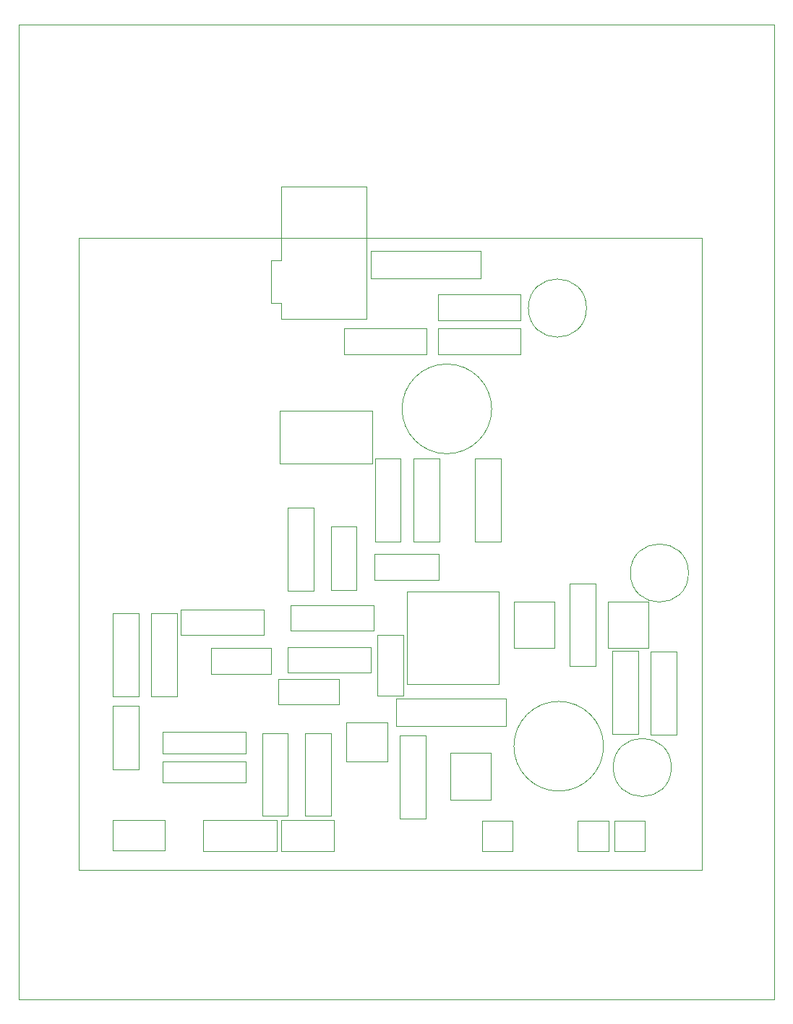
<source format=gbr>
%TF.GenerationSoftware,KiCad,Pcbnew,(5.1.10-1-10_14)*%
%TF.CreationDate,2021-12-12T22:41:03-05:00*%
%TF.ProjectId,Valve Wizard Cab Sim,56616c76-6520-4576-997a-617264204361,rev?*%
%TF.SameCoordinates,Original*%
%TF.FileFunction,Other,User*%
%FSLAX46Y46*%
G04 Gerber Fmt 4.6, Leading zero omitted, Abs format (unit mm)*
G04 Created by KiCad (PCBNEW (5.1.10-1-10_14)) date 2021-12-12 22:41:03*
%MOMM*%
%LPD*%
G01*
G04 APERTURE LIST*
%TA.AperFunction,Profile*%
%ADD10C,0.100000*%
%TD*%
%ADD11C,0.050000*%
G04 APERTURE END LIST*
D10*
X112000000Y-57000000D02*
X112000000Y-131000000D01*
X39000000Y-57000000D02*
X112000000Y-57000000D01*
X39000000Y-131000000D02*
X39000000Y-57000000D01*
X112000000Y-131000000D02*
X39000000Y-131000000D01*
D11*
X120400000Y-32000000D02*
X120400000Y-146140000D01*
X32000000Y-146140000D02*
X120400000Y-146140000D01*
X32000000Y-32000000D02*
X120400000Y-32000000D01*
X32000000Y-32000000D02*
X32000000Y-146140000D01*
%TO.C,U1*%
X88150000Y-98400000D02*
X77450000Y-98400000D01*
X88150000Y-109200000D02*
X88150000Y-98400000D01*
X77450000Y-109200000D02*
X88150000Y-109200000D01*
X77450000Y-98400000D02*
X77450000Y-109200000D01*
%TO.C,J4*%
X42930000Y-128740000D02*
X49080000Y-128740000D01*
X49080000Y-128740000D02*
X49080000Y-125140000D01*
X49080000Y-125140000D02*
X42930000Y-125140000D01*
X42930000Y-125140000D02*
X42930000Y-128740000D01*
%TO.C,J7*%
X105300000Y-125200000D02*
X101700000Y-125200000D01*
X105300000Y-128800000D02*
X105300000Y-125200000D01*
X101700000Y-128800000D02*
X105300000Y-128800000D01*
X101700000Y-125200000D02*
X101700000Y-128800000D01*
%TO.C,J6*%
X62730000Y-128770000D02*
X68880000Y-128770000D01*
X68880000Y-128770000D02*
X68880000Y-125170000D01*
X68880000Y-125170000D02*
X62730000Y-125170000D01*
X62730000Y-125170000D02*
X62730000Y-128770000D01*
%TO.C,J5*%
X86200000Y-125200000D02*
X86200000Y-128800000D01*
X86200000Y-128800000D02*
X89800000Y-128800000D01*
X89800000Y-128800000D02*
X89800000Y-125200000D01*
X89800000Y-125200000D02*
X86200000Y-125200000D01*
%TO.C,J2*%
X97450000Y-125200000D02*
X97450000Y-128800000D01*
X97450000Y-128800000D02*
X101050000Y-128800000D01*
X101050000Y-128800000D02*
X101050000Y-125200000D01*
X101050000Y-125200000D02*
X97450000Y-125200000D01*
%TO.C,J1*%
X62230000Y-125170000D02*
X53580000Y-125170000D01*
X53580000Y-125170000D02*
X53580000Y-128770000D01*
X53580000Y-128770000D02*
X62230000Y-128770000D01*
X62230000Y-128770000D02*
X62230000Y-125170000D01*
%TO.C,C12*%
X108390000Y-118980000D02*
G75*
G03*
X108390000Y-118980000I-3400000J0D01*
G01*
%TO.C,C7*%
X68500000Y-90750000D02*
X68500000Y-98250000D01*
X71500000Y-90750000D02*
X68500000Y-90750000D01*
X71500000Y-98250000D02*
X71500000Y-90750000D01*
X68500000Y-98250000D02*
X71500000Y-98250000D01*
%TO.C,C8*%
X81150000Y-94000000D02*
X73650000Y-94000000D01*
X81150000Y-97000000D02*
X81150000Y-94000000D01*
X73650000Y-97000000D02*
X81150000Y-97000000D01*
X73650000Y-94000000D02*
X73650000Y-97000000D01*
%TO.C,C5*%
X46000000Y-119250000D02*
X46000000Y-111750000D01*
X43000000Y-119250000D02*
X46000000Y-119250000D01*
X43000000Y-111750000D02*
X43000000Y-119250000D01*
X46000000Y-111750000D02*
X43000000Y-111750000D01*
%TO.C,R18*%
X79600000Y-124970000D02*
X79600000Y-115250000D01*
X76600000Y-124970000D02*
X79600000Y-124970000D01*
X76600000Y-115250000D02*
X76600000Y-124970000D01*
X79600000Y-115250000D02*
X76600000Y-115250000D01*
%TO.C,R17*%
X106000000Y-105450000D02*
X106000000Y-115170000D01*
X109000000Y-105450000D02*
X106000000Y-105450000D01*
X109000000Y-115170000D02*
X109000000Y-105450000D01*
X106000000Y-115170000D02*
X109000000Y-115170000D01*
%TO.C,R16*%
X101500000Y-105330000D02*
X101500000Y-115050000D01*
X104500000Y-105330000D02*
X101500000Y-105330000D01*
X104500000Y-115050000D02*
X104500000Y-105330000D01*
X101500000Y-115050000D02*
X104500000Y-115050000D01*
%TO.C,R15*%
X96500000Y-97430000D02*
X96500000Y-107150000D01*
X99500000Y-97430000D02*
X96500000Y-97430000D01*
X99500000Y-107150000D02*
X99500000Y-97430000D01*
X96500000Y-107150000D02*
X99500000Y-107150000D01*
%TO.C,R14*%
X78200000Y-82850000D02*
X78200000Y-92570000D01*
X81200000Y-82850000D02*
X78200000Y-82850000D01*
X81200000Y-92570000D02*
X81200000Y-82850000D01*
X78200000Y-92570000D02*
X81200000Y-92570000D01*
%TO.C,R13*%
X76700000Y-92550000D02*
X76700000Y-82830000D01*
X73700000Y-92550000D02*
X76700000Y-92550000D01*
X73700000Y-82830000D02*
X73700000Y-92550000D01*
X76700000Y-82830000D02*
X73700000Y-82830000D01*
%TO.C,R12*%
X63500000Y-88550000D02*
X63500000Y-98270000D01*
X66500000Y-88550000D02*
X63500000Y-88550000D01*
X66500000Y-98270000D02*
X66500000Y-88550000D01*
X63500000Y-98270000D02*
X66500000Y-98270000D01*
%TO.C,R11*%
X46000000Y-110670000D02*
X46000000Y-100950000D01*
X43000000Y-110670000D02*
X46000000Y-110670000D01*
X43000000Y-100950000D02*
X43000000Y-110670000D01*
X46000000Y-100950000D02*
X43000000Y-100950000D01*
%TO.C,R10*%
X63830000Y-103000000D02*
X73550000Y-103000000D01*
X63830000Y-100000000D02*
X63830000Y-103000000D01*
X73550000Y-100000000D02*
X63830000Y-100000000D01*
X73550000Y-103000000D02*
X73550000Y-100000000D01*
%TO.C,R9*%
X73170000Y-104900000D02*
X63450000Y-104900000D01*
X73170000Y-107900000D02*
X73170000Y-104900000D01*
X63450000Y-107900000D02*
X73170000Y-107900000D01*
X63450000Y-104900000D02*
X63450000Y-107900000D01*
%TO.C,R8*%
X47500000Y-100950000D02*
X47500000Y-110670000D01*
X50500000Y-100950000D02*
X47500000Y-100950000D01*
X50500000Y-110670000D02*
X50500000Y-100950000D01*
X47500000Y-110670000D02*
X50500000Y-110670000D01*
%TO.C,R7*%
X60650000Y-100500000D02*
X50930000Y-100500000D01*
X60650000Y-103500000D02*
X60650000Y-100500000D01*
X50930000Y-103500000D02*
X60650000Y-103500000D01*
X50930000Y-100500000D02*
X50930000Y-103500000D01*
%TO.C,R6*%
X85400000Y-82850000D02*
X85400000Y-92570000D01*
X88400000Y-82850000D02*
X85400000Y-82850000D01*
X88400000Y-92570000D02*
X88400000Y-82850000D01*
X85400000Y-92570000D02*
X88400000Y-92570000D01*
%TO.C,R5*%
X63500000Y-124670000D02*
X63500000Y-114950000D01*
X60500000Y-124670000D02*
X63500000Y-124670000D01*
X60500000Y-114950000D02*
X60500000Y-124670000D01*
X63500000Y-114950000D02*
X60500000Y-114950000D01*
%TO.C,R4*%
X65500000Y-114950000D02*
X65500000Y-124670000D01*
X68500000Y-114950000D02*
X65500000Y-114950000D01*
X68500000Y-124670000D02*
X68500000Y-114950000D01*
X65500000Y-124670000D02*
X68500000Y-124670000D01*
%TO.C,R3*%
X81030000Y-70600000D02*
X90750000Y-70600000D01*
X81030000Y-67600000D02*
X81030000Y-70600000D01*
X90750000Y-67600000D02*
X81030000Y-67600000D01*
X90750000Y-70600000D02*
X90750000Y-67600000D01*
%TO.C,R2*%
X90750000Y-63600000D02*
X81030000Y-63600000D01*
X90750000Y-66600000D02*
X90750000Y-63600000D01*
X81030000Y-66600000D02*
X90750000Y-66600000D01*
X81030000Y-63600000D02*
X81030000Y-66600000D01*
%TO.C,R1*%
X70030000Y-70600000D02*
X79750000Y-70600000D01*
X70030000Y-67600000D02*
X70030000Y-70600000D01*
X79750000Y-67600000D02*
X70030000Y-67600000D01*
X79750000Y-70600000D02*
X79750000Y-67600000D01*
%TO.C,Q3*%
X87210000Y-117300000D02*
X87210000Y-122760000D01*
X87210000Y-117300000D02*
X82470000Y-117300000D01*
X82470000Y-122760000D02*
X87210000Y-122760000D01*
X82470000Y-122760000D02*
X82470000Y-117300000D01*
%TO.C,Q2*%
X100990000Y-105000000D02*
X100990000Y-99540000D01*
X100990000Y-105000000D02*
X105730000Y-105000000D01*
X105730000Y-99540000D02*
X100990000Y-99540000D01*
X105730000Y-99540000D02*
X105730000Y-105000000D01*
%TO.C,Q1*%
X89990000Y-105000000D02*
X89990000Y-99540000D01*
X89990000Y-105000000D02*
X94730000Y-105000000D01*
X94730000Y-99540000D02*
X89990000Y-99540000D01*
X94730000Y-99540000D02*
X94730000Y-105000000D01*
%TO.C,D3*%
X75160000Y-113750000D02*
X70310000Y-113750000D01*
X75160000Y-118250000D02*
X75160000Y-113750000D01*
X70310000Y-118250000D02*
X75160000Y-118250000D01*
X70310000Y-113750000D02*
X70310000Y-118250000D01*
%TO.C,C9*%
X62550000Y-83400000D02*
X73360000Y-83400000D01*
X62550000Y-77200000D02*
X62550000Y-83400000D01*
X73360000Y-77200000D02*
X62550000Y-77200000D01*
X73360000Y-83400000D02*
X73360000Y-77200000D01*
%TO.C,C6*%
X69450000Y-108600000D02*
X62350000Y-108600000D01*
X69450000Y-111600000D02*
X69450000Y-108600000D01*
X62350000Y-111600000D02*
X69450000Y-111600000D01*
X62350000Y-108600000D02*
X62350000Y-111600000D01*
%TO.C,C4*%
X54450000Y-108000000D02*
X61550000Y-108000000D01*
X54450000Y-105000000D02*
X54450000Y-108000000D01*
X61550000Y-105000000D02*
X54450000Y-105000000D01*
X61550000Y-108000000D02*
X61550000Y-105000000D01*
%TO.C,J3*%
X61500000Y-64600000D02*
X62700000Y-64600000D01*
X61500000Y-59600000D02*
X62700000Y-59600000D01*
X61500000Y-64600000D02*
X61500000Y-59600000D01*
X62700000Y-64600000D02*
X62700000Y-66500000D01*
X72700000Y-51000000D02*
X62700000Y-51000000D01*
X72700000Y-66500000D02*
X72700000Y-51000000D01*
X62700000Y-66500000D02*
X72700000Y-66500000D01*
X62700000Y-51000000D02*
X62700000Y-59600000D01*
%TO.C,D5*%
X58550000Y-114850000D02*
X48830000Y-114850000D01*
X58550000Y-117350000D02*
X58550000Y-114850000D01*
X48830000Y-117350000D02*
X58550000Y-117350000D01*
X48830000Y-114850000D02*
X48830000Y-117350000D01*
%TO.C,D4*%
X48830000Y-120750000D02*
X58550000Y-120750000D01*
X48830000Y-118250000D02*
X48830000Y-120750000D01*
X58550000Y-118250000D02*
X48830000Y-118250000D01*
X58550000Y-120750000D02*
X58550000Y-118250000D01*
%TO.C,D2*%
X89010000Y-110900000D02*
X76150000Y-110900000D01*
X89010000Y-114100000D02*
X89010000Y-110900000D01*
X76150000Y-114100000D02*
X89010000Y-114100000D01*
X76150000Y-110900000D02*
X76150000Y-114100000D01*
%TO.C,D1*%
X86050000Y-58500000D02*
X73190000Y-58500000D01*
X86050000Y-61700000D02*
X86050000Y-58500000D01*
X73190000Y-61700000D02*
X86050000Y-61700000D01*
X73190000Y-58500000D02*
X73190000Y-61700000D01*
%TO.C,C11*%
X100450000Y-116500000D02*
G75*
G03*
X100450000Y-116500000I-5250000J0D01*
G01*
%TO.C,C10*%
X110400000Y-96220000D02*
G75*
G03*
X110400000Y-96220000I-3400000J0D01*
G01*
%TO.C,C3*%
X74000000Y-103450000D02*
X74000000Y-110550000D01*
X77000000Y-103450000D02*
X74000000Y-103450000D01*
X77000000Y-110550000D02*
X77000000Y-103450000D01*
X74000000Y-110550000D02*
X77000000Y-110550000D01*
%TO.C,C2*%
X98450000Y-65200000D02*
G75*
G03*
X98450000Y-65200000I-3400000J0D01*
G01*
%TO.C,C1*%
X87350000Y-77000000D02*
G75*
G03*
X87350000Y-77000000I-5250000J0D01*
G01*
%TD*%
M02*

</source>
